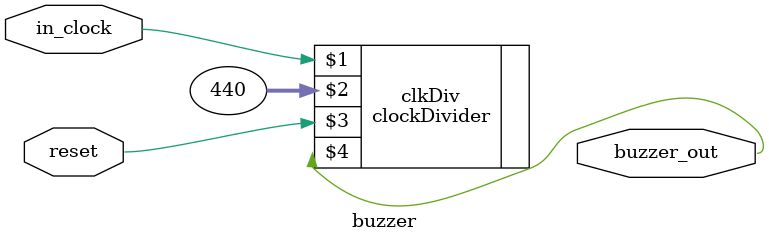
<source format=sv>
module buzzer (
	input in_clock,
	input reset,
	output logic buzzer_out
);

clockDivider #(50000000) clkDiv (in_clock, 'd440, reset, buzzer_out);

endmodule
</source>
